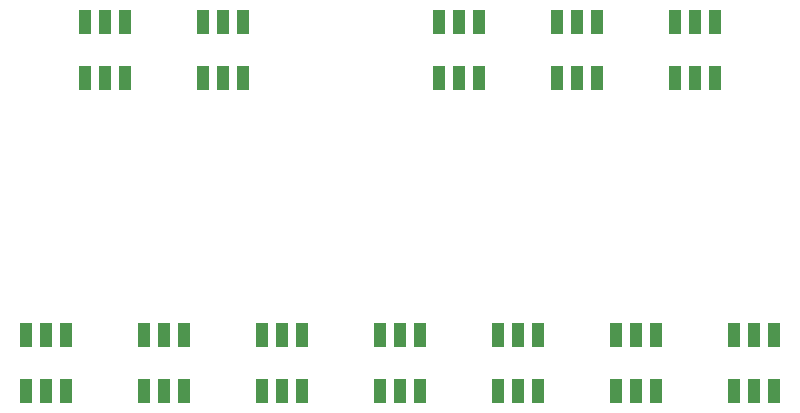
<source format=gbr>
G04 #@! TF.GenerationSoftware,KiCad,Pcbnew,(5.1.0)-1*
G04 #@! TF.CreationDate,2019-08-05T10:11:54+09:00*
G04 #@! TF.ProjectId,APA102,41504131-3032-42e6-9b69-6361645f7063,rev?*
G04 #@! TF.SameCoordinates,Original*
G04 #@! TF.FileFunction,Paste,Top*
G04 #@! TF.FilePolarity,Positive*
%FSLAX46Y46*%
G04 Gerber Fmt 4.6, Leading zero omitted, Abs format (unit mm)*
G04 Created by KiCad (PCBNEW (5.1.0)-1) date 2019-08-05 10:11:54*
%MOMM*%
%LPD*%
G04 APERTURE LIST*
%ADD10R,1.100000X2.000000*%
G04 APERTURE END LIST*
D10*
X103300000Y-90400000D03*
X105000000Y-90400000D03*
X106700000Y-90400000D03*
X106700000Y-85600000D03*
X105000000Y-85600000D03*
X103300000Y-85600000D03*
X108300000Y-59100000D03*
X110000000Y-59100000D03*
X111700000Y-59100000D03*
X111700000Y-63900000D03*
X110000000Y-63900000D03*
X108300000Y-63900000D03*
X113300000Y-90400000D03*
X115000000Y-90400000D03*
X116700000Y-90400000D03*
X116700000Y-85600000D03*
X115000000Y-85600000D03*
X113300000Y-85600000D03*
X118300000Y-59100000D03*
X120000000Y-59100000D03*
X121700000Y-59100000D03*
X121700000Y-63900000D03*
X120000000Y-63900000D03*
X118300000Y-63900000D03*
X123300000Y-90400000D03*
X125000000Y-90400000D03*
X126700000Y-90400000D03*
X126700000Y-85600000D03*
X125000000Y-85600000D03*
X123300000Y-85600000D03*
X133300000Y-85600000D03*
X135000000Y-85600000D03*
X136700000Y-85600000D03*
X136700000Y-90400000D03*
X135000000Y-90400000D03*
X133300000Y-90400000D03*
X138300000Y-63900000D03*
X140000000Y-63900000D03*
X141700000Y-63900000D03*
X141700000Y-59100000D03*
X140000000Y-59100000D03*
X138300000Y-59100000D03*
X143300000Y-85600000D03*
X145000000Y-85600000D03*
X146700000Y-85600000D03*
X146700000Y-90400000D03*
X145000000Y-90400000D03*
X143300000Y-90400000D03*
X148300000Y-63900000D03*
X150000000Y-63900000D03*
X151700000Y-63900000D03*
X151700000Y-59100000D03*
X150000000Y-59100000D03*
X148300000Y-59100000D03*
X153300000Y-85600000D03*
X155000000Y-85600000D03*
X156700000Y-85600000D03*
X156700000Y-90400000D03*
X155000000Y-90400000D03*
X153300000Y-90400000D03*
X158300000Y-63900000D03*
X160000000Y-63900000D03*
X161700000Y-63900000D03*
X161700000Y-59100000D03*
X160000000Y-59100000D03*
X158300000Y-59100000D03*
X163300000Y-85600000D03*
X165000000Y-85600000D03*
X166700000Y-85600000D03*
X166700000Y-90400000D03*
X165000000Y-90400000D03*
X163300000Y-90400000D03*
M02*

</source>
